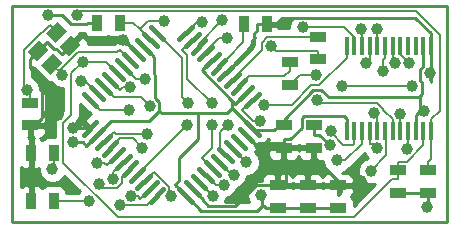
<source format=gtl>
G04 (created by PCBNEW (2013-02-13 BZR 3947)-testing) date 11/23/2013 4:51:36 PM*
%MOIN*%
G04 Gerber Fmt 3.4, Leading zero omitted, Abs format*
%FSLAX34Y34*%
G01*
G70*
G90*
G04 APERTURE LIST*
%ADD10C,0.009*%
%ADD11C,0.016*%
%ADD12R,0.035X0.055*%
%ADD13R,0.055X0.035*%
%ADD14R,0.0157X0.059*%
%ADD15C,0.0393701*%
%ADD16C,0.00708661*%
%ADD17C,0.00984252*%
%ADD18C,0.01*%
G04 APERTURE END LIST*
G54D10*
X6400Y-3600D02*
X9200Y-3600D01*
X9200Y3600D02*
X6400Y3600D01*
X6400Y-3600D02*
X-5300Y-3600D01*
X6400Y3600D02*
X-5300Y3600D01*
X9200Y-3600D02*
X9200Y3600D01*
X-5300Y-3600D02*
X-5300Y3600D01*
G54D11*
X1798Y-1798D02*
X1383Y-1383D01*
X2021Y-1576D02*
X1605Y-1160D01*
X2244Y-1353D02*
X1828Y-937D01*
X2467Y-1130D02*
X2051Y-714D01*
X2689Y-907D02*
X2274Y-492D01*
X2912Y-685D02*
X2496Y-269D01*
X1576Y-2021D02*
X1160Y-1605D01*
X1353Y-2244D02*
X937Y-1828D01*
X1130Y-2467D02*
X714Y-2051D01*
X907Y-2689D02*
X492Y-2274D01*
X685Y-2912D02*
X269Y-2496D01*
X-1383Y1383D02*
X-1798Y1798D01*
X-1160Y1605D02*
X-1576Y2021D01*
X-937Y1828D02*
X-1353Y2244D01*
X-714Y2051D02*
X-1130Y2467D01*
X-492Y2274D02*
X-907Y2689D01*
X-269Y2496D02*
X-685Y2912D01*
X-1605Y1160D02*
X-2021Y1576D01*
X-1828Y937D02*
X-2244Y1353D01*
X-2051Y714D02*
X-2467Y1130D01*
X-2274Y492D02*
X-2689Y907D01*
X-2496Y269D02*
X-2912Y685D01*
X1798Y1798D02*
X1383Y1383D01*
X-1383Y-1383D02*
X-1798Y-1798D01*
X1576Y2021D02*
X1160Y1605D01*
X-1605Y-1160D02*
X-2021Y-1576D01*
X-1828Y-937D02*
X-2244Y-1353D01*
X1353Y2244D02*
X937Y1828D01*
X1130Y2467D02*
X714Y2051D01*
X-2051Y-714D02*
X-2467Y-1130D01*
X-2274Y-492D02*
X-2689Y-907D01*
X907Y2689D02*
X492Y2274D01*
X685Y2912D02*
X269Y2496D01*
X-2496Y-269D02*
X-2912Y-685D01*
X-1160Y-1605D02*
X-1576Y-2021D01*
X2021Y1576D02*
X1605Y1160D01*
X2244Y1353D02*
X1828Y937D01*
X-937Y-1828D02*
X-1353Y-2244D01*
X-714Y-2051D02*
X-1130Y-2467D01*
X2467Y1130D02*
X2051Y714D01*
X2689Y907D02*
X2274Y492D01*
X-492Y-2274D02*
X-907Y-2689D01*
X-269Y-2496D02*
X-685Y-2912D01*
X2912Y685D02*
X2496Y269D01*
G54D12*
X-2475Y3050D03*
X-1725Y3050D03*
X-3925Y-2900D03*
X-4675Y-2900D03*
X2425Y3000D03*
X3175Y3000D03*
G54D13*
X4900Y1825D03*
X4900Y2575D03*
X3950Y975D03*
X3950Y1725D03*
X3750Y-375D03*
X3750Y-1125D03*
X4750Y-375D03*
X4750Y-1125D03*
X5550Y-3125D03*
X5550Y-2375D03*
X4550Y-3125D03*
X4550Y-2375D03*
X-4700Y375D03*
X-4700Y-375D03*
G54D12*
X-3925Y-1300D03*
X-4675Y-1300D03*
G54D13*
X3550Y-3125D03*
X3550Y-2375D03*
G54D10*
G36*
X-4463Y1761D02*
X-4783Y2081D01*
X-4394Y2471D01*
X-4073Y2151D01*
X-4463Y1761D01*
X-4463Y1761D01*
G37*
G36*
X-3851Y2373D02*
X-4171Y2694D01*
X-3781Y3083D01*
X-3461Y2763D01*
X-3851Y2373D01*
X-3851Y2373D01*
G37*
G36*
X-4018Y1316D02*
X-4338Y1636D01*
X-3948Y2026D01*
X-3628Y1705D01*
X-4018Y1316D01*
X-4018Y1316D01*
G37*
G36*
X-3405Y1928D02*
X-3726Y2248D01*
X-3336Y2638D01*
X-3016Y2318D01*
X-3405Y1928D01*
X-3405Y1928D01*
G37*
G54D13*
X8550Y-2625D03*
X8550Y-1875D03*
X7550Y-2625D03*
X7550Y-1875D03*
G54D14*
X5843Y-577D03*
X6099Y-577D03*
X6355Y-577D03*
X6611Y-577D03*
X6867Y-577D03*
X7123Y-577D03*
X7377Y-577D03*
X7633Y-577D03*
X7889Y-577D03*
X8145Y-577D03*
X8401Y-577D03*
X8657Y-577D03*
X8657Y2277D03*
X8401Y2277D03*
X8145Y2277D03*
X7889Y2277D03*
X7633Y2277D03*
X7377Y2277D03*
X7123Y2277D03*
X6867Y2277D03*
X6611Y2277D03*
X6355Y2277D03*
X6099Y2277D03*
X5843Y2277D03*
G54D15*
X7920Y1713D03*
X7448Y1710D03*
X7066Y1435D03*
X6867Y2842D03*
X6486Y1713D03*
X6322Y2840D03*
X4381Y2896D03*
X3085Y314D03*
X5309Y-562D03*
X5514Y-1544D03*
X6869Y-1141D03*
X6762Y49D03*
X6654Y-1894D03*
X4871Y478D03*
X7632Y0D03*
X7859Y-1148D03*
X1850Y2550D03*
X1698Y3130D03*
X1345Y361D03*
X1008Y3086D03*
X-1933Y-2151D03*
X-2406Y-2333D03*
X532Y-358D03*
X567Y359D03*
X-10Y-2729D03*
X-1356Y-2740D03*
X-2957Y1748D03*
X-1364Y896D03*
X-3150Y3320D03*
X-721Y266D03*
X-3000Y1095D03*
X-812Y-648D03*
X-1406Y137D03*
X-972Y-1113D03*
X-2480Y-1614D03*
X2955Y-214D03*
X2498Y-1607D03*
X1874Y-354D03*
X2080Y-2012D03*
X1359Y-361D03*
X1749Y-2348D03*
X1380Y-2717D03*
X-230Y3103D03*
X3320Y2263D03*
X8038Y929D03*
X5682Y929D03*
X4833Y1299D03*
X6317Y-2226D03*
X8635Y1361D03*
X-3274Y-469D03*
X-3767Y-24D03*
X-1625Y2478D03*
X-3632Y1319D03*
X-3962Y-1843D03*
X-2752Y-2900D03*
X-1719Y-3044D03*
X-861Y1176D03*
X-4820Y819D03*
X2979Y-2678D03*
X-4105Y3308D03*
X-3286Y-941D03*
X8415Y122D03*
X8537Y-3079D03*
X5301Y-1039D03*
G54D16*
X7632Y2000D02*
X7632Y2277D01*
X7920Y1713D02*
X7632Y2000D01*
X7377Y1782D02*
X7448Y1710D01*
X7377Y2277D02*
X7377Y1782D01*
X7122Y2277D02*
X7122Y1875D01*
X7066Y1819D02*
X7066Y1435D01*
X7122Y1875D02*
X7066Y1819D01*
X6867Y2842D02*
X6867Y2277D01*
X6610Y2277D02*
X6610Y1875D01*
X6610Y1837D02*
X6486Y1713D01*
X6610Y1875D02*
X6610Y1837D01*
X6355Y2807D02*
X6322Y2840D01*
X6355Y2277D02*
X6355Y2807D01*
X5767Y2896D02*
X4381Y2896D01*
X6099Y2564D02*
X5767Y2896D01*
X6099Y2277D02*
X6099Y2564D01*
X5842Y2277D02*
X5842Y1875D01*
X4016Y314D02*
X3085Y314D01*
X4668Y966D02*
X4016Y314D01*
X4934Y966D02*
X4668Y966D01*
X5842Y1875D02*
X4934Y966D01*
X6099Y-577D02*
X6099Y-978D01*
X6063Y-1013D02*
X6099Y-978D01*
X5722Y-1013D02*
X6063Y-1013D01*
X5309Y-601D02*
X5722Y-1013D01*
X5309Y-562D02*
X5309Y-601D01*
X6355Y-577D02*
X6355Y-978D01*
X5789Y-1544D02*
X5514Y-1544D01*
X6355Y-978D02*
X5789Y-1544D01*
X6610Y-577D02*
X6610Y-978D01*
X6705Y-978D02*
X6610Y-978D01*
X6869Y-1141D02*
X6705Y-978D01*
X6867Y-55D02*
X6762Y49D01*
X6867Y-577D02*
X6867Y-55D01*
X7172Y-1376D02*
X6654Y-1894D01*
X7172Y-626D02*
X7172Y-1376D01*
X7122Y-577D02*
X7172Y-626D01*
X7377Y-577D02*
X7377Y-175D01*
X4980Y369D02*
X4871Y478D01*
X6871Y369D02*
X4980Y369D01*
X7065Y174D02*
X6871Y369D01*
X7065Y135D02*
X7065Y174D01*
X7377Y-175D02*
X7065Y135D01*
X7632Y0D02*
X7632Y-577D01*
X7889Y-1119D02*
X7889Y-577D01*
X7859Y-1148D02*
X7889Y-1119D01*
X1145Y2095D02*
X1145Y2036D01*
X1600Y2550D02*
X1145Y2095D01*
X1850Y2550D02*
X1600Y2550D01*
X922Y2354D02*
X922Y2259D01*
X1698Y3130D02*
X922Y2354D01*
X528Y1974D02*
X360Y2142D01*
X528Y1178D02*
X528Y1974D01*
X1345Y361D02*
X528Y1178D01*
X700Y2481D02*
X360Y2142D01*
X859Y3086D02*
X477Y2704D01*
X1008Y3086D02*
X859Y3086D01*
X-1933Y-1933D02*
X-1933Y-2151D01*
X-1590Y-1590D02*
X-1933Y-1933D01*
X-1630Y-2075D02*
X-1368Y-1813D01*
X-1630Y-2283D02*
X-1630Y-2075D01*
X-1818Y-2471D02*
X-1630Y-2283D01*
X-2268Y-2471D02*
X-1818Y-2471D01*
X-2406Y-2333D02*
X-2268Y-2471D01*
X-1145Y-2036D02*
X532Y-358D01*
X364Y562D02*
X567Y359D01*
X364Y1862D02*
X364Y562D01*
X-477Y2704D02*
X364Y1862D01*
X-922Y-2259D02*
X-582Y-1919D01*
X-64Y-2675D02*
X-10Y-2729D01*
X-64Y-2438D02*
X-64Y-2675D01*
X-528Y-1974D02*
X-64Y-2438D01*
X-528Y-1974D02*
X-528Y-1974D01*
X-582Y-1919D02*
X-528Y-1974D01*
X-700Y-2481D02*
X-1039Y-2821D01*
X-1121Y-2740D02*
X-1356Y-2740D01*
X-1039Y-2821D02*
X-1121Y-2740D01*
X8400Y-577D02*
X8400Y-978D01*
X7550Y-1779D02*
X7550Y-1593D01*
X-2193Y1748D02*
X-2957Y1748D01*
X-1813Y1368D02*
X-2193Y1748D01*
X-2957Y1748D02*
X-2957Y1748D01*
X7550Y-1779D02*
X7550Y-1875D01*
X7550Y-1875D02*
X7550Y-2156D01*
X7368Y-2156D02*
X7550Y-2156D01*
X6095Y-3429D02*
X7368Y-2156D01*
X-1788Y-3429D02*
X6095Y-3429D01*
X-3597Y-1620D02*
X-1788Y-3429D01*
X-3597Y-294D02*
X-3597Y-1620D01*
X-3328Y-25D02*
X-3597Y-294D01*
X-3328Y1376D02*
X-3328Y-25D01*
X-2957Y1748D02*
X-3328Y1376D01*
X8400Y-1036D02*
X8400Y-978D01*
X7844Y-1593D02*
X8400Y-1036D01*
X7550Y-1593D02*
X7844Y-1593D01*
X8550Y-1875D02*
X8550Y-1593D01*
X8657Y-1486D02*
X8657Y-577D01*
X8550Y-1593D02*
X8657Y-1486D01*
X8657Y-577D02*
X8657Y-175D01*
X-3031Y3439D02*
X-3150Y3320D01*
X8150Y3439D02*
X-3031Y3439D01*
X8946Y2642D02*
X8150Y3439D01*
X8946Y114D02*
X8946Y2642D01*
X8657Y-175D02*
X8946Y114D01*
X-1606Y896D02*
X-1364Y896D01*
X-1696Y805D02*
X-1606Y896D01*
X-2036Y1145D02*
X-1696Y805D01*
X-1896Y560D02*
X-2259Y922D01*
X-1015Y560D02*
X-1896Y560D01*
X-721Y266D02*
X-1015Y560D01*
X-2481Y700D02*
X-2821Y1039D01*
X-2945Y1039D02*
X-2821Y1039D01*
X-3000Y1095D02*
X-2945Y1039D01*
X-1854Y-648D02*
X-812Y-648D01*
X-1919Y-582D02*
X-1854Y-648D01*
X-2259Y-922D02*
X-1919Y-582D01*
X-2704Y477D02*
X-2364Y137D01*
X-1406Y137D02*
X-2364Y137D01*
X-2036Y-1145D02*
X-1696Y-805D01*
X-1279Y-805D02*
X-972Y-1113D01*
X-1696Y-805D02*
X-1279Y-805D01*
X-1813Y-1368D02*
X-2153Y-1707D01*
X-2246Y-1614D02*
X-2480Y-1614D01*
X-2153Y-1707D02*
X-2246Y-1614D01*
X2704Y477D02*
X2364Y137D01*
X2716Y-214D02*
X2364Y137D01*
X2955Y-214D02*
X2716Y-214D01*
X2498Y-1607D02*
X2036Y-1145D01*
X1632Y-1186D02*
X1813Y-1368D01*
X1632Y-596D02*
X1632Y-1186D01*
X1874Y-354D02*
X1632Y-596D01*
X1998Y-1930D02*
X1930Y-1930D01*
X2080Y-2012D02*
X1998Y-1930D01*
X1590Y-1590D02*
X1930Y-1930D01*
X1368Y-1813D02*
X1028Y-1473D01*
X1359Y-361D02*
X1359Y-361D01*
X1359Y-1143D02*
X1359Y-361D01*
X1028Y-1473D02*
X1359Y-1143D01*
X1513Y-2348D02*
X1485Y-2376D01*
X1749Y-2348D02*
X1513Y-2348D01*
X1145Y-2036D02*
X1485Y-2376D01*
X1380Y-2717D02*
X922Y-2259D01*
X-784Y3103D02*
X-230Y3103D01*
X-1052Y2834D02*
X-784Y3103D01*
X-1268Y3050D02*
X-1052Y2834D01*
X-1725Y3050D02*
X-1268Y3050D01*
X-1052Y2834D02*
X-700Y2481D01*
X3477Y2106D02*
X4900Y2106D01*
X3320Y2263D02*
X3477Y2106D01*
X4900Y1825D02*
X4900Y2106D01*
X8038Y929D02*
X5682Y929D01*
X4274Y1299D02*
X4833Y1299D01*
X3950Y975D02*
X4274Y1299D01*
G54D17*
X2168Y1723D02*
X2173Y1723D01*
X2871Y3000D02*
X2871Y2801D01*
X2871Y3000D02*
X3175Y3000D01*
X2750Y2679D02*
X2871Y2801D01*
X2750Y2300D02*
X2750Y2679D01*
X2173Y1723D02*
X2750Y2300D01*
X8657Y2700D02*
X8135Y3221D01*
X8135Y3221D02*
X3699Y3221D01*
X3699Y3221D02*
X3478Y3000D01*
X3326Y3000D02*
X3175Y3000D01*
X8657Y2277D02*
X8657Y1382D01*
X8657Y1382D02*
X8635Y1361D01*
X8657Y2488D02*
X8657Y2277D01*
X8657Y2488D02*
X8657Y2700D01*
X3326Y3000D02*
X3478Y3000D01*
X5550Y-2375D02*
X5550Y-2678D01*
X5842Y-577D02*
X5842Y-153D01*
X-3915Y2173D02*
X-4143Y2401D01*
X-3831Y2173D02*
X-3915Y2173D01*
X-3656Y1998D02*
X-3831Y2173D01*
X-4428Y2116D02*
X-4143Y2401D01*
X-3446Y2208D02*
X-3656Y1998D01*
X-3446Y2208D02*
X-3371Y2283D01*
X-3371Y2283D02*
X-3085Y2568D01*
X-4675Y-703D02*
X-4675Y-1300D01*
X-4700Y-678D02*
X-4675Y-703D01*
X-4675Y-1300D02*
X-4675Y-2900D01*
X4550Y-2375D02*
X5550Y-2375D01*
X4750Y-1125D02*
X4750Y-1428D01*
X700Y-2481D02*
X1055Y-2837D01*
X3750Y-1125D02*
X3750Y-973D01*
X3750Y-973D02*
X3750Y-821D01*
X2918Y-973D02*
X2837Y-1055D01*
X3750Y-973D02*
X2918Y-973D01*
X2481Y-700D02*
X2837Y-1055D01*
X-4700Y-375D02*
X-4700Y-526D01*
X-4700Y-526D02*
X-4700Y-678D01*
X-4428Y2116D02*
X-4714Y1831D01*
X-3767Y-24D02*
X-4295Y-24D01*
X-4295Y-121D02*
X-4295Y-24D01*
X-4700Y-526D02*
X-4295Y-121D01*
X-4714Y1529D02*
X-4714Y1831D01*
X-4295Y1110D02*
X-4714Y1529D01*
X-4295Y-24D02*
X-4295Y1110D01*
X-1145Y2036D02*
X-1500Y2391D01*
X-1715Y2568D02*
X-1625Y2478D01*
X-3085Y2568D02*
X-1715Y2568D01*
X-1538Y2391D02*
X-1625Y2478D01*
X-1500Y2391D02*
X-1538Y2391D01*
X-1500Y2391D02*
X-1500Y2391D01*
X3750Y-1125D02*
X3750Y-1428D01*
X-3265Y-477D02*
X-3274Y-469D01*
X-2704Y-477D02*
X-3265Y-477D01*
X1813Y1368D02*
X2168Y1723D01*
X2168Y1723D02*
X2168Y1723D01*
X1055Y-2865D02*
X1055Y-2837D01*
X1240Y-3050D02*
X1055Y-2865D01*
X2115Y-3050D02*
X1240Y-3050D01*
X2813Y-2353D02*
X2115Y-3050D01*
X3125Y-2353D02*
X2813Y-2353D01*
X3146Y-2375D02*
X3125Y-2353D01*
X3550Y-2375D02*
X3146Y-2375D01*
X3824Y-1502D02*
X3750Y-1428D01*
X3824Y-2375D02*
X3824Y-1502D01*
X3550Y-2375D02*
X3824Y-2375D01*
X3824Y-2375D02*
X4550Y-2375D01*
X5760Y-71D02*
X5842Y-153D01*
X4409Y-71D02*
X5760Y-71D01*
X4346Y-134D02*
X4409Y-71D01*
X4346Y-446D02*
X4346Y-134D01*
X3971Y-821D02*
X4346Y-446D01*
X3750Y-821D02*
X3971Y-821D01*
X5644Y-2583D02*
X5550Y-2678D01*
X5644Y-2322D02*
X5644Y-2583D01*
X4750Y-1428D02*
X5644Y-2322D01*
X6221Y-2322D02*
X6317Y-2226D01*
X5644Y-2322D02*
X6221Y-2322D01*
G54D16*
X-1368Y1813D02*
X-1707Y2153D01*
X-3983Y1671D02*
X-3865Y1553D01*
X-1802Y2058D02*
X-1707Y2153D01*
X-3114Y2058D02*
X-1802Y2058D01*
X-3742Y1430D02*
X-3114Y2058D01*
X-3865Y1553D02*
X-3742Y1430D01*
X-3742Y1430D02*
X-3632Y1319D01*
X-3925Y-1805D02*
X-3962Y-1843D01*
X-3925Y-1300D02*
X-3925Y-1805D01*
X1875Y1875D02*
X2400Y2400D01*
X2400Y2975D02*
X2425Y3000D01*
X2400Y2400D02*
X2400Y2975D01*
X1590Y1590D02*
X1875Y1875D01*
X4900Y2575D02*
X4518Y2575D01*
X3017Y2126D02*
X2036Y1145D01*
X3017Y2389D02*
X3017Y2126D01*
X3202Y2575D02*
X3017Y2389D01*
X4518Y2575D02*
X3202Y2575D01*
X3950Y1725D02*
X3950Y1443D01*
X3768Y1262D02*
X3950Y1443D01*
X2598Y1262D02*
X3768Y1262D01*
X2259Y922D02*
X2598Y1262D01*
X-477Y-2704D02*
X-817Y-3044D01*
X-1719Y-3044D02*
X-817Y-3044D01*
X-3925Y-2900D02*
X-2752Y-2900D01*
X-3816Y2728D02*
X-4051Y2964D01*
X-4700Y375D02*
X-4700Y656D01*
X-1176Y1176D02*
X-861Y1176D01*
X-1590Y1590D02*
X-1176Y1176D01*
X-4820Y776D02*
X-4700Y656D01*
X-4820Y819D02*
X-4820Y776D01*
X-4912Y912D02*
X-4820Y819D01*
X-4912Y2142D02*
X-4912Y912D01*
X-4326Y2728D02*
X-4912Y2142D01*
X-4287Y2728D02*
X-4326Y2728D01*
X-4051Y2964D02*
X-4287Y2728D01*
G54D17*
X3348Y-3125D02*
X3146Y-3125D01*
X3348Y-3125D02*
X3550Y-3125D01*
X3550Y-3125D02*
X4550Y-3125D01*
X4550Y-3125D02*
X5550Y-3125D01*
X-3645Y3308D02*
X-4105Y3308D01*
X-3331Y2994D02*
X-3645Y3308D01*
X-2834Y2994D02*
X-3331Y2994D01*
X-2778Y3050D02*
X-2834Y2994D01*
X-2475Y3050D02*
X-2778Y3050D01*
X2481Y700D02*
X2126Y345D01*
X1368Y1813D02*
X1013Y1458D01*
X2051Y420D02*
X2051Y420D01*
X2126Y345D02*
X2051Y420D01*
X2051Y420D02*
X1013Y1458D01*
X2051Y420D02*
X2051Y420D01*
X-922Y2259D02*
X-567Y1904D01*
X477Y-2704D02*
X122Y-2349D01*
X262Y-2209D02*
X122Y-2349D01*
X262Y-1445D02*
X262Y-2209D01*
X880Y-827D02*
X262Y-1445D01*
X880Y24D02*
X880Y-827D01*
X-2481Y-700D02*
X-2837Y-1055D01*
X7550Y-2625D02*
X8550Y-2625D01*
X-2950Y-941D02*
X-3286Y-941D01*
X-2837Y-1055D02*
X-2950Y-941D01*
X2033Y402D02*
X2033Y194D01*
X2051Y420D02*
X2033Y402D01*
X2033Y194D02*
X2704Y-477D01*
X8550Y-3066D02*
X8537Y-3079D01*
X8550Y-2625D02*
X8550Y-3066D01*
X4750Y-375D02*
X4750Y-678D01*
X4939Y-678D02*
X4750Y-678D01*
X5301Y-1039D02*
X4939Y-678D01*
X3094Y-3073D02*
X3018Y-3073D01*
X3146Y-3125D02*
X3094Y-3073D01*
X1000Y-3228D02*
X477Y-2704D01*
X2863Y-3228D02*
X1000Y-3228D01*
X3018Y-3073D02*
X2863Y-3228D01*
X8145Y-37D02*
X8305Y122D01*
X8145Y-577D02*
X8145Y-37D01*
X8305Y122D02*
X8415Y122D01*
X1864Y24D02*
X880Y24D01*
X2033Y194D02*
X1864Y24D01*
X3018Y-2718D02*
X2979Y-2678D01*
X3018Y-3073D02*
X3018Y-2718D01*
X3750Y-375D02*
X3750Y-316D01*
X3750Y-316D02*
X3750Y-223D01*
X-567Y1904D02*
X-567Y1904D01*
X-567Y1342D02*
X-567Y1904D01*
X-536Y1311D02*
X-567Y1342D01*
X-536Y541D02*
X-536Y1311D01*
X-396Y401D02*
X-536Y541D01*
X-396Y117D02*
X-396Y401D01*
X-2000Y-219D02*
X-2481Y-700D01*
X-732Y-219D02*
X-2000Y-219D01*
X-396Y117D02*
X-732Y-219D01*
X-304Y24D02*
X-396Y117D01*
X880Y24D02*
X-304Y24D01*
X3434Y-538D02*
X3750Y-223D01*
X2766Y-538D02*
X3434Y-538D01*
X2704Y-477D02*
X2766Y-538D01*
X8400Y1586D02*
X8400Y2277D01*
X8305Y1490D02*
X8400Y1586D01*
X8305Y1122D02*
X8305Y1490D01*
X8363Y1063D02*
X8305Y1122D01*
X8363Y661D02*
X8363Y1063D01*
X8266Y564D02*
X8363Y661D01*
X8305Y525D02*
X8266Y564D01*
X8305Y122D02*
X8305Y525D01*
X3750Y-183D02*
X3750Y-223D01*
X4736Y803D02*
X3750Y-183D01*
X5005Y803D02*
X4736Y803D01*
X5244Y564D02*
X5005Y803D01*
X8266Y564D02*
X5244Y564D01*
G54D10*
G36*
X-4352Y2110D02*
X-4423Y2040D01*
X-4428Y2045D01*
X-4434Y2040D01*
X-4505Y2110D01*
X-4499Y2116D01*
X-4505Y2122D01*
X-4434Y2192D01*
X-4428Y2187D01*
X-4423Y2192D01*
X-4352Y2122D01*
X-4358Y2116D01*
X-4352Y2110D01*
X-4352Y2110D01*
G37*
G54D18*
X-4352Y2110D02*
X-4423Y2040D01*
X-4428Y2045D01*
X-4434Y2040D01*
X-4505Y2110D01*
X-4499Y2116D01*
X-4505Y2122D01*
X-4434Y2192D01*
X-4428Y2187D01*
X-4423Y2192D01*
X-4352Y2122D01*
X-4358Y2116D01*
X-4352Y2110D01*
G54D10*
G36*
X-3052Y-2568D02*
X-3098Y-2614D01*
X-3499Y-2614D01*
X-3499Y-2575D01*
X-3537Y-2483D01*
X-3608Y-2413D01*
X-3700Y-2375D01*
X-3799Y-2374D01*
X-4149Y-2374D01*
X-4241Y-2412D01*
X-4300Y-2471D01*
X-4358Y-2412D01*
X-4450Y-2374D01*
X-4562Y-2375D01*
X-4625Y-2437D01*
X-4625Y-2850D01*
X-4617Y-2850D01*
X-4617Y-2950D01*
X-4625Y-2950D01*
X-4625Y-2957D01*
X-4725Y-2957D01*
X-4725Y-2950D01*
X-4732Y-2950D01*
X-4732Y-2850D01*
X-4725Y-2850D01*
X-4725Y-2437D01*
X-4787Y-2375D01*
X-4899Y-2374D01*
X-4991Y-2412D01*
X-5005Y-2426D01*
X-5005Y-1773D01*
X-4991Y-1787D01*
X-4899Y-1825D01*
X-4787Y-1825D01*
X-4725Y-1762D01*
X-4725Y-1350D01*
X-4732Y-1350D01*
X-4732Y-1250D01*
X-4725Y-1250D01*
X-4725Y-837D01*
X-4787Y-775D01*
X-4750Y-737D01*
X-4750Y-425D01*
X-4757Y-425D01*
X-4757Y-325D01*
X-4750Y-325D01*
X-4750Y-317D01*
X-4650Y-317D01*
X-4650Y-325D01*
X-4237Y-325D01*
X-4175Y-262D01*
X-4174Y-150D01*
X-4212Y-58D01*
X-4271Y0D01*
X-4213Y58D01*
X-4175Y150D01*
X-4174Y249D01*
X-4174Y599D01*
X-4212Y691D01*
X-4283Y761D01*
X-4373Y799D01*
X-4373Y908D01*
X-4441Y1072D01*
X-4566Y1198D01*
X-4627Y1223D01*
X-4627Y1571D01*
X-4604Y1549D01*
X-4566Y1533D01*
X-4550Y1495D01*
X-4480Y1424D01*
X-4159Y1104D01*
X-4068Y1066D01*
X-4010Y1066D01*
X-3885Y941D01*
X-3721Y873D01*
X-3614Y872D01*
X-3614Y92D01*
X-3799Y-92D01*
X-3861Y-184D01*
X-3864Y-203D01*
X-3882Y-294D01*
X-3882Y-774D01*
X-4149Y-774D01*
X-4241Y-812D01*
X-4300Y-871D01*
X-4358Y-812D01*
X-4389Y-799D01*
X-4375Y-799D01*
X-4283Y-761D01*
X-4212Y-691D01*
X-4174Y-599D01*
X-4175Y-487D01*
X-4237Y-425D01*
X-4650Y-425D01*
X-4650Y-737D01*
X-4587Y-800D01*
X-4625Y-837D01*
X-4625Y-1250D01*
X-4617Y-1250D01*
X-4617Y-1350D01*
X-4625Y-1350D01*
X-4625Y-1762D01*
X-4562Y-1825D01*
X-4450Y-1825D01*
X-4409Y-1808D01*
X-4409Y-1932D01*
X-4341Y-2096D01*
X-4216Y-2222D01*
X-4052Y-2290D01*
X-3874Y-2290D01*
X-3710Y-2222D01*
X-3584Y-2097D01*
X-3566Y-2054D01*
X-3052Y-2568D01*
X-3052Y-2568D01*
G37*
G54D18*
X-3052Y-2568D02*
X-3098Y-2614D01*
X-3499Y-2614D01*
X-3499Y-2575D01*
X-3537Y-2483D01*
X-3608Y-2413D01*
X-3700Y-2375D01*
X-3799Y-2374D01*
X-4149Y-2374D01*
X-4241Y-2412D01*
X-4300Y-2471D01*
X-4358Y-2412D01*
X-4450Y-2374D01*
X-4562Y-2375D01*
X-4625Y-2437D01*
X-4625Y-2850D01*
X-4617Y-2850D01*
X-4617Y-2950D01*
X-4625Y-2950D01*
X-4625Y-2957D01*
X-4725Y-2957D01*
X-4725Y-2950D01*
X-4732Y-2950D01*
X-4732Y-2850D01*
X-4725Y-2850D01*
X-4725Y-2437D01*
X-4787Y-2375D01*
X-4899Y-2374D01*
X-4991Y-2412D01*
X-5005Y-2426D01*
X-5005Y-1773D01*
X-4991Y-1787D01*
X-4899Y-1825D01*
X-4787Y-1825D01*
X-4725Y-1762D01*
X-4725Y-1350D01*
X-4732Y-1350D01*
X-4732Y-1250D01*
X-4725Y-1250D01*
X-4725Y-837D01*
X-4787Y-775D01*
X-4750Y-737D01*
X-4750Y-425D01*
X-4757Y-425D01*
X-4757Y-325D01*
X-4750Y-325D01*
X-4750Y-317D01*
X-4650Y-317D01*
X-4650Y-325D01*
X-4237Y-325D01*
X-4175Y-262D01*
X-4174Y-150D01*
X-4212Y-58D01*
X-4271Y0D01*
X-4213Y58D01*
X-4175Y150D01*
X-4174Y249D01*
X-4174Y599D01*
X-4212Y691D01*
X-4283Y761D01*
X-4373Y799D01*
X-4373Y908D01*
X-4441Y1072D01*
X-4566Y1198D01*
X-4627Y1223D01*
X-4627Y1571D01*
X-4604Y1549D01*
X-4566Y1533D01*
X-4550Y1495D01*
X-4480Y1424D01*
X-4159Y1104D01*
X-4068Y1066D01*
X-4010Y1066D01*
X-3885Y941D01*
X-3721Y873D01*
X-3614Y872D01*
X-3614Y92D01*
X-3799Y-92D01*
X-3861Y-184D01*
X-3864Y-203D01*
X-3882Y-294D01*
X-3882Y-774D01*
X-4149Y-774D01*
X-4241Y-812D01*
X-4300Y-871D01*
X-4358Y-812D01*
X-4389Y-799D01*
X-4375Y-799D01*
X-4283Y-761D01*
X-4212Y-691D01*
X-4174Y-599D01*
X-4175Y-487D01*
X-4237Y-425D01*
X-4650Y-425D01*
X-4650Y-737D01*
X-4587Y-800D01*
X-4625Y-837D01*
X-4625Y-1250D01*
X-4617Y-1250D01*
X-4617Y-1350D01*
X-4625Y-1350D01*
X-4625Y-1762D01*
X-4562Y-1825D01*
X-4450Y-1825D01*
X-4409Y-1808D01*
X-4409Y-1932D01*
X-4341Y-2096D01*
X-4216Y-2222D01*
X-4052Y-2290D01*
X-3874Y-2290D01*
X-3710Y-2222D01*
X-3584Y-2097D01*
X-3566Y-2054D01*
X-3052Y-2568D01*
G54D10*
G36*
X-2674Y-425D02*
X-2756Y-507D01*
X-2773Y-489D01*
X-2768Y-484D01*
X-2973Y-279D01*
X-3181Y-487D01*
X-3186Y-499D01*
X-3197Y-494D01*
X-3312Y-494D01*
X-3312Y-412D01*
X-3127Y-227D01*
X-3127Y-227D01*
X-3065Y-134D01*
X-3065Y-134D01*
X-3065Y-134D01*
X-3043Y-25D01*
X-3043Y-25D01*
X-3043Y349D01*
X-2721Y27D01*
X-2685Y3D01*
X-2694Y0D01*
X-2902Y-208D01*
X-2697Y-413D01*
X-2692Y-408D01*
X-2674Y-425D01*
X-2674Y-425D01*
G37*
G54D18*
X-2674Y-425D02*
X-2756Y-507D01*
X-2773Y-489D01*
X-2768Y-484D01*
X-2973Y-279D01*
X-3181Y-487D01*
X-3186Y-499D01*
X-3197Y-494D01*
X-3312Y-494D01*
X-3312Y-412D01*
X-3127Y-227D01*
X-3127Y-227D01*
X-3065Y-134D01*
X-3065Y-134D01*
X-3065Y-134D01*
X-3043Y-25D01*
X-3043Y-25D01*
X-3043Y349D01*
X-2721Y27D01*
X-2685Y3D01*
X-2694Y0D01*
X-2902Y-208D01*
X-2697Y-413D01*
X-2692Y-408D01*
X-2674Y-425D01*
G54D10*
G36*
X-1415Y2306D02*
X-1458Y2335D01*
X-1492Y2341D01*
X-1506Y2355D01*
X-1550Y2385D01*
X-1550Y2385D01*
X-1568Y2403D01*
X-1577Y2403D01*
X-1577Y2403D01*
X-1598Y2417D01*
X-1707Y2438D01*
X-1707Y2438D01*
X-1729Y2434D01*
X-1817Y2417D01*
X-1847Y2396D01*
X-1909Y2355D01*
X-1921Y2343D01*
X-2766Y2343D01*
X-2766Y2367D01*
X-2804Y2459D01*
X-2874Y2529D01*
X-2919Y2575D01*
X-3008Y2575D01*
X-3300Y2283D01*
X-3294Y2277D01*
X-3305Y2267D01*
X-3315Y2260D01*
X-3367Y2208D01*
X-3371Y2212D01*
X-3376Y2207D01*
X-3447Y2277D01*
X-3441Y2283D01*
X-3447Y2289D01*
X-3376Y2359D01*
X-3371Y2354D01*
X-3079Y2646D01*
X-3079Y2694D01*
X-2887Y2694D01*
X-2862Y2633D01*
X-2791Y2563D01*
X-2699Y2525D01*
X-2600Y2524D01*
X-2250Y2524D01*
X-2158Y2562D01*
X-2099Y2621D01*
X-2041Y2563D01*
X-1949Y2525D01*
X-1850Y2524D01*
X-1513Y2524D01*
X-1512Y2459D01*
X-1454Y2402D01*
X-1444Y2349D01*
X-1415Y2306D01*
X-1415Y2306D01*
G37*
G54D18*
X-1415Y2306D02*
X-1458Y2335D01*
X-1492Y2341D01*
X-1506Y2355D01*
X-1550Y2385D01*
X-1550Y2385D01*
X-1568Y2403D01*
X-1577Y2403D01*
X-1577Y2403D01*
X-1598Y2417D01*
X-1707Y2438D01*
X-1707Y2438D01*
X-1729Y2434D01*
X-1817Y2417D01*
X-1847Y2396D01*
X-1909Y2355D01*
X-1921Y2343D01*
X-2766Y2343D01*
X-2766Y2367D01*
X-2804Y2459D01*
X-2874Y2529D01*
X-2919Y2575D01*
X-3008Y2575D01*
X-3300Y2283D01*
X-3294Y2277D01*
X-3305Y2267D01*
X-3315Y2260D01*
X-3367Y2208D01*
X-3371Y2212D01*
X-3376Y2207D01*
X-3447Y2277D01*
X-3441Y2283D01*
X-3447Y2289D01*
X-3376Y2359D01*
X-3371Y2354D01*
X-3079Y2646D01*
X-3079Y2694D01*
X-2887Y2694D01*
X-2862Y2633D01*
X-2791Y2563D01*
X-2699Y2525D01*
X-2600Y2524D01*
X-2250Y2524D01*
X-2158Y2562D01*
X-2099Y2621D01*
X-2041Y2563D01*
X-1949Y2525D01*
X-1850Y2524D01*
X-1513Y2524D01*
X-1512Y2459D01*
X-1454Y2402D01*
X-1444Y2349D01*
X-1415Y2306D01*
G54D10*
G36*
X2801Y2570D02*
X2753Y2498D01*
X2749Y2480D01*
X2731Y2389D01*
X2731Y2244D01*
X2161Y1673D01*
X2126Y1666D01*
X2083Y1638D01*
X2112Y1681D01*
X2119Y1715D01*
X2601Y2198D01*
X2601Y2198D01*
X2663Y2290D01*
X2663Y2290D01*
X2663Y2290D01*
X2685Y2399D01*
X2685Y2400D01*
X2685Y2489D01*
X2741Y2512D01*
X2800Y2571D01*
X2801Y2570D01*
X2801Y2570D01*
G37*
G54D18*
X2801Y2570D02*
X2753Y2498D01*
X2749Y2480D01*
X2731Y2389D01*
X2731Y2244D01*
X2161Y1673D01*
X2126Y1666D01*
X2083Y1638D01*
X2112Y1681D01*
X2119Y1715D01*
X2601Y2198D01*
X2601Y2198D01*
X2663Y2290D01*
X2663Y2290D01*
X2663Y2290D01*
X2685Y2399D01*
X2685Y2400D01*
X2685Y2489D01*
X2741Y2512D01*
X2800Y2571D01*
X2801Y2570D01*
G54D10*
G36*
X4007Y3153D02*
X4003Y3149D01*
X3935Y2985D01*
X3935Y2860D01*
X3600Y2860D01*
X3600Y2887D01*
X3537Y2950D01*
X3225Y2950D01*
X3225Y2942D01*
X3125Y2942D01*
X3125Y2950D01*
X3117Y2950D01*
X3117Y3050D01*
X3125Y3050D01*
X3125Y3057D01*
X3225Y3057D01*
X3225Y3050D01*
X3537Y3050D01*
X3600Y3112D01*
X3600Y3153D01*
X4007Y3153D01*
X4007Y3153D01*
G37*
G54D18*
X4007Y3153D02*
X4003Y3149D01*
X3935Y2985D01*
X3935Y2860D01*
X3600Y2860D01*
X3600Y2887D01*
X3537Y2950D01*
X3225Y2950D01*
X3225Y2942D01*
X3125Y2942D01*
X3125Y2950D01*
X3117Y2950D01*
X3117Y3050D01*
X3125Y3050D01*
X3125Y3057D01*
X3225Y3057D01*
X3225Y3050D01*
X3537Y3050D01*
X3600Y3112D01*
X3600Y3153D01*
X4007Y3153D01*
G54D10*
G36*
X6806Y-2314D02*
X6075Y-3046D01*
X6075Y-2900D01*
X6037Y-2808D01*
X5978Y-2750D01*
X6037Y-2691D01*
X6075Y-2599D01*
X6075Y-2487D01*
X6012Y-2425D01*
X5600Y-2425D01*
X5600Y-2432D01*
X5500Y-2432D01*
X5500Y-2425D01*
X5087Y-2425D01*
X5050Y-2462D01*
X5012Y-2425D01*
X4600Y-2425D01*
X4600Y-2432D01*
X4500Y-2432D01*
X4500Y-2425D01*
X4500Y-2325D01*
X4500Y-2012D01*
X4437Y-1950D01*
X4324Y-1949D01*
X4225Y-1950D01*
X4133Y-1988D01*
X4062Y-2058D01*
X4050Y-2089D01*
X4037Y-2058D01*
X3966Y-1988D01*
X3874Y-1950D01*
X3775Y-1949D01*
X3700Y-1949D01*
X3700Y-1487D01*
X3700Y-1175D01*
X3287Y-1175D01*
X3225Y-1237D01*
X3224Y-1349D01*
X3262Y-1441D01*
X3333Y-1511D01*
X3425Y-1549D01*
X3524Y-1550D01*
X3637Y-1550D01*
X3700Y-1487D01*
X3700Y-1949D01*
X3662Y-1950D01*
X3600Y-2012D01*
X3600Y-2325D01*
X4012Y-2325D01*
X4050Y-2287D01*
X4087Y-2325D01*
X4500Y-2325D01*
X4500Y-2425D01*
X4087Y-2425D01*
X4050Y-2462D01*
X4012Y-2425D01*
X3600Y-2425D01*
X3600Y-2432D01*
X3500Y-2432D01*
X3500Y-2425D01*
X3492Y-2425D01*
X3492Y-2325D01*
X3500Y-2325D01*
X3500Y-2012D01*
X3437Y-1950D01*
X3324Y-1949D01*
X3225Y-1950D01*
X3133Y-1988D01*
X3062Y-2058D01*
X3024Y-2150D01*
X3024Y-2231D01*
X2890Y-2231D01*
X2726Y-2299D01*
X2600Y-2425D01*
X2532Y-2589D01*
X2532Y-2767D01*
X2599Y-2928D01*
X1776Y-2928D01*
X1827Y-2806D01*
X1827Y-2795D01*
X1837Y-2795D01*
X2001Y-2727D01*
X2127Y-2601D01*
X2190Y-2450D01*
X2333Y-2391D01*
X2458Y-2265D01*
X2527Y-2101D01*
X2527Y-2054D01*
X2586Y-2054D01*
X2751Y-1986D01*
X2876Y-1860D01*
X2945Y-1696D01*
X2945Y-1518D01*
X2877Y-1354D01*
X2781Y-1258D01*
X2789Y-1219D01*
X2850Y-1196D01*
X2848Y-1123D01*
X2791Y-1065D01*
X2780Y-1013D01*
X2751Y-969D01*
X2794Y-998D01*
X2847Y-1009D01*
X2905Y-1066D01*
X2978Y-1068D01*
X3000Y-1007D01*
X3047Y-998D01*
X3154Y-927D01*
X3214Y-838D01*
X3250Y-838D01*
X3224Y-900D01*
X3225Y-1012D01*
X3287Y-1075D01*
X3700Y-1075D01*
X3700Y-1067D01*
X3800Y-1067D01*
X3800Y-1075D01*
X4212Y-1075D01*
X4250Y-1037D01*
X4287Y-1075D01*
X4700Y-1075D01*
X4700Y-1067D01*
X4800Y-1067D01*
X4800Y-1075D01*
X4807Y-1075D01*
X4807Y-1175D01*
X4800Y-1175D01*
X4800Y-1487D01*
X4862Y-1550D01*
X4975Y-1550D01*
X5067Y-1549D01*
X5067Y-1632D01*
X5135Y-1796D01*
X5261Y-1922D01*
X5326Y-1949D01*
X5324Y-1949D01*
X5225Y-1950D01*
X5133Y-1988D01*
X5062Y-2058D01*
X5050Y-2089D01*
X5037Y-2058D01*
X4966Y-1988D01*
X4874Y-1950D01*
X4775Y-1949D01*
X4700Y-1949D01*
X4700Y-1487D01*
X4700Y-1175D01*
X4287Y-1175D01*
X4250Y-1212D01*
X4212Y-1175D01*
X3800Y-1175D01*
X3800Y-1487D01*
X3862Y-1550D01*
X3975Y-1550D01*
X4074Y-1549D01*
X4166Y-1511D01*
X4237Y-1441D01*
X4250Y-1410D01*
X4262Y-1441D01*
X4333Y-1511D01*
X4425Y-1549D01*
X4524Y-1550D01*
X4637Y-1550D01*
X4700Y-1487D01*
X4700Y-1949D01*
X4662Y-1950D01*
X4600Y-2012D01*
X4600Y-2325D01*
X5012Y-2325D01*
X5050Y-2287D01*
X5087Y-2325D01*
X5500Y-2325D01*
X5500Y-2317D01*
X5600Y-2317D01*
X5600Y-2325D01*
X6012Y-2325D01*
X6075Y-2262D01*
X6075Y-2150D01*
X6037Y-2058D01*
X5966Y-1988D01*
X5874Y-1950D01*
X5775Y-1949D01*
X5702Y-1949D01*
X5767Y-1923D01*
X5879Y-1811D01*
X5880Y-1811D01*
X5898Y-1807D01*
X5898Y-1807D01*
X5991Y-1746D01*
X6446Y-1290D01*
X6490Y-1394D01*
X6549Y-1454D01*
X6401Y-1515D01*
X6275Y-1640D01*
X6207Y-1805D01*
X6207Y-1982D01*
X6275Y-2147D01*
X6400Y-2272D01*
X6564Y-2341D01*
X6742Y-2341D01*
X6806Y-2314D01*
X6806Y-2314D01*
G37*
G54D18*
X6806Y-2314D02*
X6075Y-3046D01*
X6075Y-2900D01*
X6037Y-2808D01*
X5978Y-2750D01*
X6037Y-2691D01*
X6075Y-2599D01*
X6075Y-2487D01*
X6012Y-2425D01*
X5600Y-2425D01*
X5600Y-2432D01*
X5500Y-2432D01*
X5500Y-2425D01*
X5087Y-2425D01*
X5050Y-2462D01*
X5012Y-2425D01*
X4600Y-2425D01*
X4600Y-2432D01*
X4500Y-2432D01*
X4500Y-2425D01*
X4500Y-2325D01*
X4500Y-2012D01*
X4437Y-1950D01*
X4324Y-1949D01*
X4225Y-1950D01*
X4133Y-1988D01*
X4062Y-2058D01*
X4050Y-2089D01*
X4037Y-2058D01*
X3966Y-1988D01*
X3874Y-1950D01*
X3775Y-1949D01*
X3700Y-1949D01*
X3700Y-1487D01*
X3700Y-1175D01*
X3287Y-1175D01*
X3225Y-1237D01*
X3224Y-1349D01*
X3262Y-1441D01*
X3333Y-1511D01*
X3425Y-1549D01*
X3524Y-1550D01*
X3637Y-1550D01*
X3700Y-1487D01*
X3700Y-1949D01*
X3662Y-1950D01*
X3600Y-2012D01*
X3600Y-2325D01*
X4012Y-2325D01*
X4050Y-2287D01*
X4087Y-2325D01*
X4500Y-2325D01*
X4500Y-2425D01*
X4087Y-2425D01*
X4050Y-2462D01*
X4012Y-2425D01*
X3600Y-2425D01*
X3600Y-2432D01*
X3500Y-2432D01*
X3500Y-2425D01*
X3492Y-2425D01*
X3492Y-2325D01*
X3500Y-2325D01*
X3500Y-2012D01*
X3437Y-1950D01*
X3324Y-1949D01*
X3225Y-1950D01*
X3133Y-1988D01*
X3062Y-2058D01*
X3024Y-2150D01*
X3024Y-2231D01*
X2890Y-2231D01*
X2726Y-2299D01*
X2600Y-2425D01*
X2532Y-2589D01*
X2532Y-2767D01*
X2599Y-2928D01*
X1776Y-2928D01*
X1827Y-2806D01*
X1827Y-2795D01*
X1837Y-2795D01*
X2001Y-2727D01*
X2127Y-2601D01*
X2190Y-2450D01*
X2333Y-2391D01*
X2458Y-2265D01*
X2527Y-2101D01*
X2527Y-2054D01*
X2586Y-2054D01*
X2751Y-1986D01*
X2876Y-1860D01*
X2945Y-1696D01*
X2945Y-1518D01*
X2877Y-1354D01*
X2781Y-1258D01*
X2789Y-1219D01*
X2850Y-1196D01*
X2848Y-1123D01*
X2791Y-1065D01*
X2780Y-1013D01*
X2751Y-969D01*
X2794Y-998D01*
X2847Y-1009D01*
X2905Y-1066D01*
X2978Y-1068D01*
X3000Y-1007D01*
X3047Y-998D01*
X3154Y-927D01*
X3214Y-838D01*
X3250Y-838D01*
X3224Y-900D01*
X3225Y-1012D01*
X3287Y-1075D01*
X3700Y-1075D01*
X3700Y-1067D01*
X3800Y-1067D01*
X3800Y-1075D01*
X4212Y-1075D01*
X4250Y-1037D01*
X4287Y-1075D01*
X4700Y-1075D01*
X4700Y-1067D01*
X4800Y-1067D01*
X4800Y-1075D01*
X4807Y-1075D01*
X4807Y-1175D01*
X4800Y-1175D01*
X4800Y-1487D01*
X4862Y-1550D01*
X4975Y-1550D01*
X5067Y-1549D01*
X5067Y-1632D01*
X5135Y-1796D01*
X5261Y-1922D01*
X5326Y-1949D01*
X5324Y-1949D01*
X5225Y-1950D01*
X5133Y-1988D01*
X5062Y-2058D01*
X5050Y-2089D01*
X5037Y-2058D01*
X4966Y-1988D01*
X4874Y-1950D01*
X4775Y-1949D01*
X4700Y-1949D01*
X4700Y-1487D01*
X4700Y-1175D01*
X4287Y-1175D01*
X4250Y-1212D01*
X4212Y-1175D01*
X3800Y-1175D01*
X3800Y-1487D01*
X3862Y-1550D01*
X3975Y-1550D01*
X4074Y-1549D01*
X4166Y-1511D01*
X4237Y-1441D01*
X4250Y-1410D01*
X4262Y-1441D01*
X4333Y-1511D01*
X4425Y-1549D01*
X4524Y-1550D01*
X4637Y-1550D01*
X4700Y-1487D01*
X4700Y-1949D01*
X4662Y-1950D01*
X4600Y-2012D01*
X4600Y-2325D01*
X5012Y-2325D01*
X5050Y-2287D01*
X5087Y-2325D01*
X5500Y-2325D01*
X5500Y-2317D01*
X5600Y-2317D01*
X5600Y-2325D01*
X6012Y-2325D01*
X6075Y-2262D01*
X6075Y-2150D01*
X6037Y-2058D01*
X5966Y-1988D01*
X5874Y-1950D01*
X5775Y-1949D01*
X5702Y-1949D01*
X5767Y-1923D01*
X5879Y-1811D01*
X5880Y-1811D01*
X5898Y-1807D01*
X5898Y-1807D01*
X5991Y-1746D01*
X6446Y-1290D01*
X6490Y-1394D01*
X6549Y-1454D01*
X6401Y-1515D01*
X6275Y-1640D01*
X6207Y-1805D01*
X6207Y-1982D01*
X6275Y-2147D01*
X6400Y-2272D01*
X6564Y-2341D01*
X6742Y-2341D01*
X6806Y-2314D01*
G54D10*
G36*
X8661Y1070D02*
X8639Y1178D01*
X8639Y1178D01*
X8618Y1210D01*
X8604Y1231D01*
X8604Y1231D01*
X8604Y1366D01*
X8612Y1374D01*
X8661Y1447D01*
X8661Y1070D01*
X8661Y1070D01*
G37*
G54D18*
X8661Y1070D02*
X8639Y1178D01*
X8639Y1178D01*
X8618Y1210D01*
X8604Y1231D01*
X8604Y1231D01*
X8604Y1366D01*
X8612Y1374D01*
X8661Y1447D01*
X8661Y1070D01*
M02*

</source>
